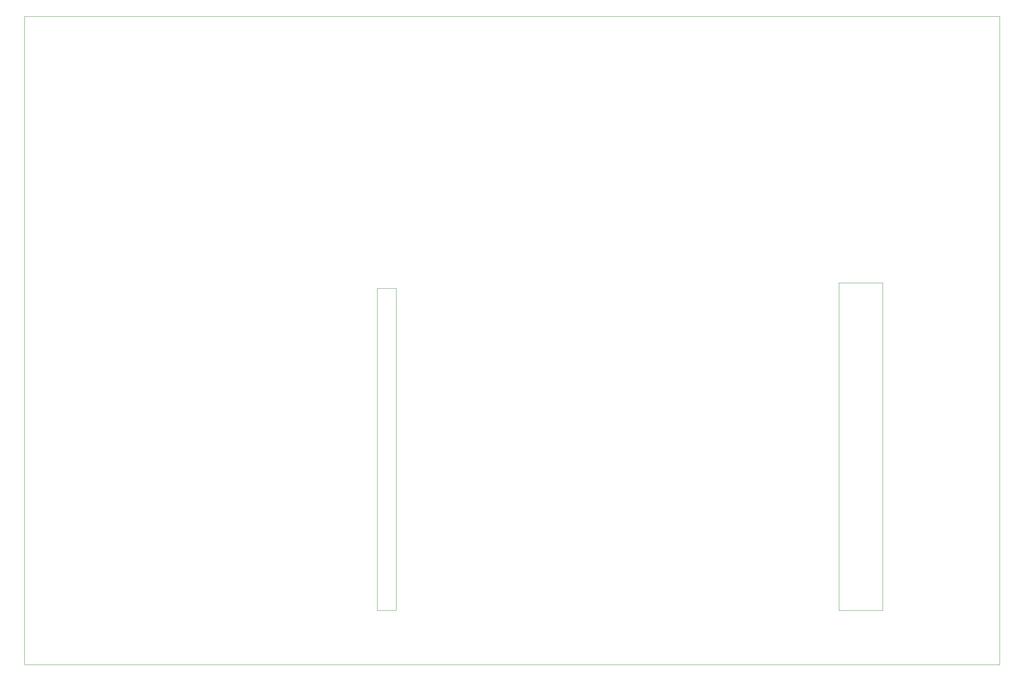
<source format=gbr>
%TF.GenerationSoftware,KiCad,Pcbnew,(5.1.8)-1*%
%TF.CreationDate,2021-03-22T22:31:27+09:00*%
%TF.ProjectId,inverter_IPM,696e7665-7274-4657-925f-49504d2e6b69,rev?*%
%TF.SameCoordinates,Original*%
%TF.FileFunction,Profile,NP*%
%FSLAX46Y46*%
G04 Gerber Fmt 4.6, Leading zero omitted, Abs format (unit mm)*
G04 Created by KiCad (PCBNEW (5.1.8)-1) date 2021-03-22 22:31:27*
%MOMM*%
%LPD*%
G01*
G04 APERTURE LIST*
%TA.AperFunction,Profile*%
%ADD10C,0.050000*%
%TD*%
G04 APERTURE END LIST*
D10*
X94615000Y-151765000D02*
X99060000Y-151765000D01*
X94615000Y-76835000D02*
X99060000Y-76835000D01*
X94615000Y-151765000D02*
X94615000Y-76835000D01*
X99060000Y-76835000D02*
X99060000Y-151765000D01*
X201930000Y-75565000D02*
X212090000Y-75565000D01*
X201930000Y-151765000D02*
X201930000Y-75565000D01*
X212090000Y-151765000D02*
X201930000Y-151765000D01*
X212090000Y-75565000D02*
X212090000Y-151765000D01*
X239268000Y-13589000D02*
X97536000Y-13589000D01*
X239268000Y-164417000D02*
X239268000Y-13589000D01*
X12700000Y-164417000D02*
X239268000Y-164417000D01*
X12700000Y-13589000D02*
X12700000Y-164417000D01*
X97536000Y-13589000D02*
X12700000Y-13589000D01*
M02*

</source>
